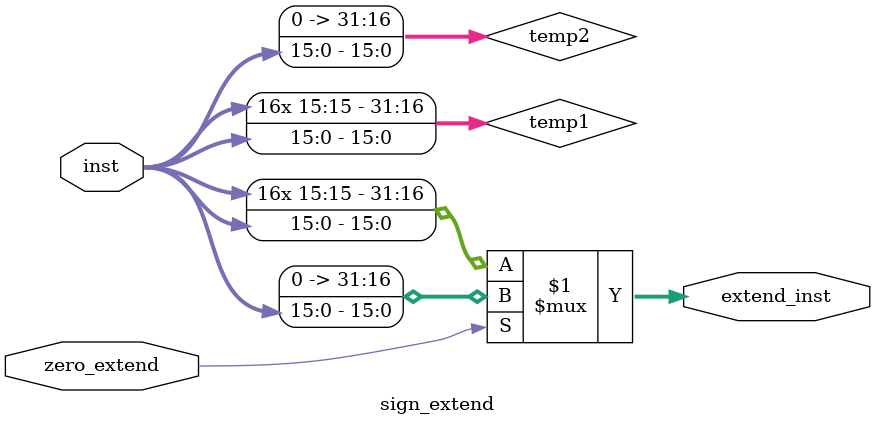
<source format=v>
module sign_extend(
	input [15:0] inst,
	input zero_extend,
	output [31:0] extend_inst);

	wire [31:0] temp1, temp2;

	assign temp1 = {{16{inst[15]}}, inst};
	assign temp2 = {{16{1'b0}}, inst};

	assign extend_inst = (zero_extend) ? temp2 : temp1;

endmodule

</source>
